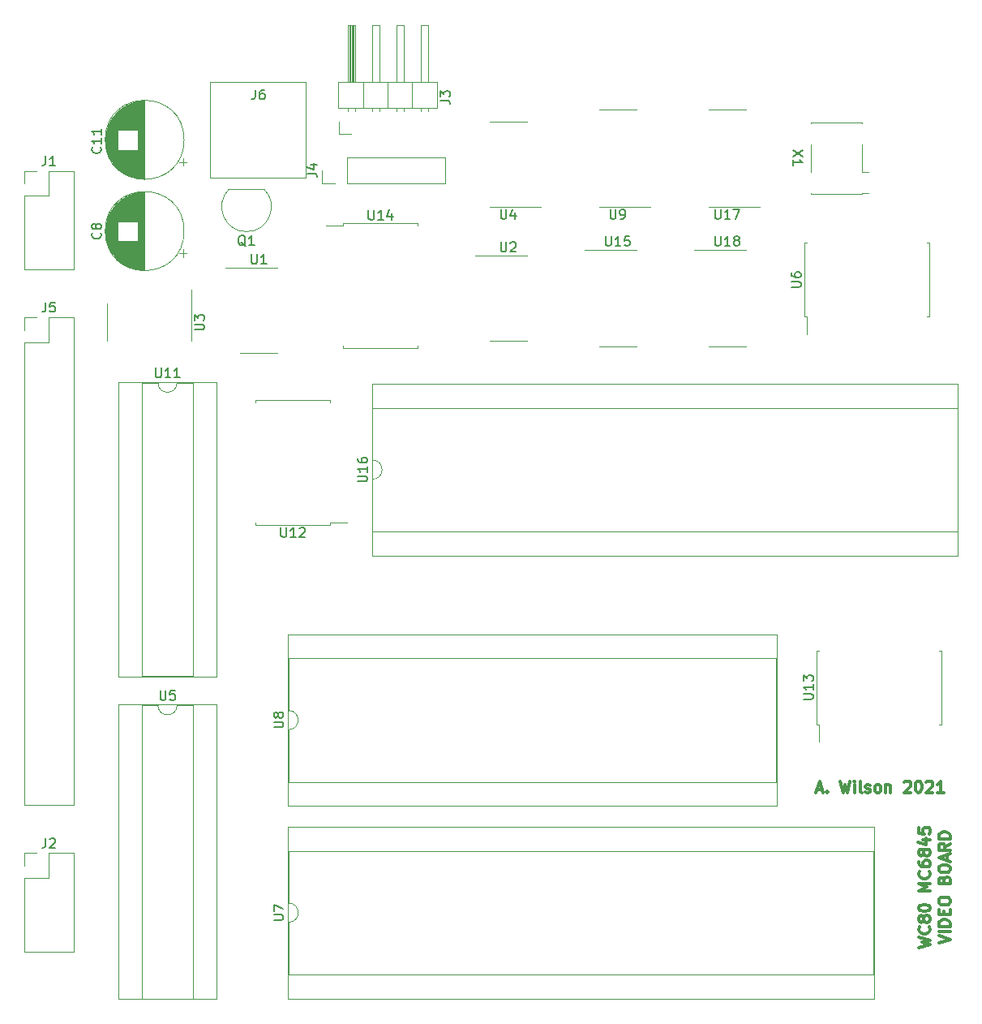
<source format=gbr>
%TF.GenerationSoftware,KiCad,Pcbnew,(5.1.9)-1*%
%TF.CreationDate,2021-11-03T00:39:52-04:00*%
%TF.ProjectId,main,6d61696e-2e6b-4696-9361-645f70636258,rev?*%
%TF.SameCoordinates,Original*%
%TF.FileFunction,Legend,Top*%
%TF.FilePolarity,Positive*%
%FSLAX46Y46*%
G04 Gerber Fmt 4.6, Leading zero omitted, Abs format (unit mm)*
G04 Created by KiCad (PCBNEW (5.1.9)-1) date 2021-11-03 00:39:52*
%MOMM*%
%LPD*%
G01*
G04 APERTURE LIST*
%ADD10C,0.300000*%
%ADD11C,0.120000*%
%ADD12C,0.150000*%
G04 APERTURE END LIST*
D10*
X103988428Y-93799000D02*
X104559857Y-93799000D01*
X103874142Y-94141857D02*
X104274142Y-92941857D01*
X104674142Y-94141857D01*
X105074142Y-94027571D02*
X105131285Y-94084714D01*
X105074142Y-94141857D01*
X105017000Y-94084714D01*
X105074142Y-94027571D01*
X105074142Y-94141857D01*
X106445571Y-92941857D02*
X106731285Y-94141857D01*
X106959857Y-93284714D01*
X107188428Y-94141857D01*
X107474142Y-92941857D01*
X107931285Y-94141857D02*
X107931285Y-93341857D01*
X107931285Y-92941857D02*
X107874142Y-92999000D01*
X107931285Y-93056142D01*
X107988428Y-92999000D01*
X107931285Y-92941857D01*
X107931285Y-93056142D01*
X108674142Y-94141857D02*
X108559857Y-94084714D01*
X108502714Y-93970428D01*
X108502714Y-92941857D01*
X109074142Y-94084714D02*
X109188428Y-94141857D01*
X109417000Y-94141857D01*
X109531285Y-94084714D01*
X109588428Y-93970428D01*
X109588428Y-93913285D01*
X109531285Y-93799000D01*
X109417000Y-93741857D01*
X109245571Y-93741857D01*
X109131285Y-93684714D01*
X109074142Y-93570428D01*
X109074142Y-93513285D01*
X109131285Y-93399000D01*
X109245571Y-93341857D01*
X109417000Y-93341857D01*
X109531285Y-93399000D01*
X110274142Y-94141857D02*
X110159857Y-94084714D01*
X110102714Y-94027571D01*
X110045571Y-93913285D01*
X110045571Y-93570428D01*
X110102714Y-93456142D01*
X110159857Y-93399000D01*
X110274142Y-93341857D01*
X110445571Y-93341857D01*
X110559857Y-93399000D01*
X110617000Y-93456142D01*
X110674142Y-93570428D01*
X110674142Y-93913285D01*
X110617000Y-94027571D01*
X110559857Y-94084714D01*
X110445571Y-94141857D01*
X110274142Y-94141857D01*
X111188428Y-93341857D02*
X111188428Y-94141857D01*
X111188428Y-93456142D02*
X111245571Y-93399000D01*
X111359857Y-93341857D01*
X111531285Y-93341857D01*
X111645571Y-93399000D01*
X111702714Y-93513285D01*
X111702714Y-94141857D01*
X113131285Y-93056142D02*
X113188428Y-92999000D01*
X113302714Y-92941857D01*
X113588428Y-92941857D01*
X113702714Y-92999000D01*
X113759857Y-93056142D01*
X113817000Y-93170428D01*
X113817000Y-93284714D01*
X113759857Y-93456142D01*
X113074142Y-94141857D01*
X113817000Y-94141857D01*
X114559857Y-92941857D02*
X114674142Y-92941857D01*
X114788428Y-92999000D01*
X114845571Y-93056142D01*
X114902714Y-93170428D01*
X114959857Y-93399000D01*
X114959857Y-93684714D01*
X114902714Y-93913285D01*
X114845571Y-94027571D01*
X114788428Y-94084714D01*
X114674142Y-94141857D01*
X114559857Y-94141857D01*
X114445571Y-94084714D01*
X114388428Y-94027571D01*
X114331285Y-93913285D01*
X114274142Y-93684714D01*
X114274142Y-93399000D01*
X114331285Y-93170428D01*
X114388428Y-93056142D01*
X114445571Y-92999000D01*
X114559857Y-92941857D01*
X115417000Y-93056142D02*
X115474142Y-92999000D01*
X115588428Y-92941857D01*
X115874142Y-92941857D01*
X115988428Y-92999000D01*
X116045571Y-93056142D01*
X116102714Y-93170428D01*
X116102714Y-93284714D01*
X116045571Y-93456142D01*
X115359857Y-94141857D01*
X116102714Y-94141857D01*
X117245571Y-94141857D02*
X116559857Y-94141857D01*
X116902714Y-94141857D02*
X116902714Y-92941857D01*
X116788428Y-93113285D01*
X116674142Y-93227571D01*
X116559857Y-93284714D01*
X114624857Y-110298714D02*
X115824857Y-110013000D01*
X114967714Y-109784428D01*
X115824857Y-109555857D01*
X114624857Y-109270142D01*
X115710571Y-108127285D02*
X115767714Y-108184428D01*
X115824857Y-108355857D01*
X115824857Y-108470142D01*
X115767714Y-108641571D01*
X115653428Y-108755857D01*
X115539142Y-108813000D01*
X115310571Y-108870142D01*
X115139142Y-108870142D01*
X114910571Y-108813000D01*
X114796285Y-108755857D01*
X114682000Y-108641571D01*
X114624857Y-108470142D01*
X114624857Y-108355857D01*
X114682000Y-108184428D01*
X114739142Y-108127285D01*
X115139142Y-107441571D02*
X115082000Y-107555857D01*
X115024857Y-107613000D01*
X114910571Y-107670142D01*
X114853428Y-107670142D01*
X114739142Y-107613000D01*
X114682000Y-107555857D01*
X114624857Y-107441571D01*
X114624857Y-107213000D01*
X114682000Y-107098714D01*
X114739142Y-107041571D01*
X114853428Y-106984428D01*
X114910571Y-106984428D01*
X115024857Y-107041571D01*
X115082000Y-107098714D01*
X115139142Y-107213000D01*
X115139142Y-107441571D01*
X115196285Y-107555857D01*
X115253428Y-107613000D01*
X115367714Y-107670142D01*
X115596285Y-107670142D01*
X115710571Y-107613000D01*
X115767714Y-107555857D01*
X115824857Y-107441571D01*
X115824857Y-107213000D01*
X115767714Y-107098714D01*
X115710571Y-107041571D01*
X115596285Y-106984428D01*
X115367714Y-106984428D01*
X115253428Y-107041571D01*
X115196285Y-107098714D01*
X115139142Y-107213000D01*
X114624857Y-106241571D02*
X114624857Y-106127285D01*
X114682000Y-106013000D01*
X114739142Y-105955857D01*
X114853428Y-105898714D01*
X115082000Y-105841571D01*
X115367714Y-105841571D01*
X115596285Y-105898714D01*
X115710571Y-105955857D01*
X115767714Y-106013000D01*
X115824857Y-106127285D01*
X115824857Y-106241571D01*
X115767714Y-106355857D01*
X115710571Y-106413000D01*
X115596285Y-106470142D01*
X115367714Y-106527285D01*
X115082000Y-106527285D01*
X114853428Y-106470142D01*
X114739142Y-106413000D01*
X114682000Y-106355857D01*
X114624857Y-106241571D01*
X115824857Y-104413000D02*
X114624857Y-104413000D01*
X115482000Y-104013000D01*
X114624857Y-103613000D01*
X115824857Y-103613000D01*
X115710571Y-102355857D02*
X115767714Y-102413000D01*
X115824857Y-102584428D01*
X115824857Y-102698714D01*
X115767714Y-102870142D01*
X115653428Y-102984428D01*
X115539142Y-103041571D01*
X115310571Y-103098714D01*
X115139142Y-103098714D01*
X114910571Y-103041571D01*
X114796285Y-102984428D01*
X114682000Y-102870142D01*
X114624857Y-102698714D01*
X114624857Y-102584428D01*
X114682000Y-102413000D01*
X114739142Y-102355857D01*
X114624857Y-101327285D02*
X114624857Y-101555857D01*
X114682000Y-101670142D01*
X114739142Y-101727285D01*
X114910571Y-101841571D01*
X115139142Y-101898714D01*
X115596285Y-101898714D01*
X115710571Y-101841571D01*
X115767714Y-101784428D01*
X115824857Y-101670142D01*
X115824857Y-101441571D01*
X115767714Y-101327285D01*
X115710571Y-101270142D01*
X115596285Y-101213000D01*
X115310571Y-101213000D01*
X115196285Y-101270142D01*
X115139142Y-101327285D01*
X115082000Y-101441571D01*
X115082000Y-101670142D01*
X115139142Y-101784428D01*
X115196285Y-101841571D01*
X115310571Y-101898714D01*
X115139142Y-100527285D02*
X115082000Y-100641571D01*
X115024857Y-100698714D01*
X114910571Y-100755857D01*
X114853428Y-100755857D01*
X114739142Y-100698714D01*
X114682000Y-100641571D01*
X114624857Y-100527285D01*
X114624857Y-100298714D01*
X114682000Y-100184428D01*
X114739142Y-100127285D01*
X114853428Y-100070142D01*
X114910571Y-100070142D01*
X115024857Y-100127285D01*
X115082000Y-100184428D01*
X115139142Y-100298714D01*
X115139142Y-100527285D01*
X115196285Y-100641571D01*
X115253428Y-100698714D01*
X115367714Y-100755857D01*
X115596285Y-100755857D01*
X115710571Y-100698714D01*
X115767714Y-100641571D01*
X115824857Y-100527285D01*
X115824857Y-100298714D01*
X115767714Y-100184428D01*
X115710571Y-100127285D01*
X115596285Y-100070142D01*
X115367714Y-100070142D01*
X115253428Y-100127285D01*
X115196285Y-100184428D01*
X115139142Y-100298714D01*
X115024857Y-99041571D02*
X115824857Y-99041571D01*
X114567714Y-99327285D02*
X115424857Y-99613000D01*
X115424857Y-98870142D01*
X114624857Y-97841571D02*
X114624857Y-98413000D01*
X115196285Y-98470142D01*
X115139142Y-98413000D01*
X115082000Y-98298714D01*
X115082000Y-98013000D01*
X115139142Y-97898714D01*
X115196285Y-97841571D01*
X115310571Y-97784428D01*
X115596285Y-97784428D01*
X115710571Y-97841571D01*
X115767714Y-97898714D01*
X115824857Y-98013000D01*
X115824857Y-98298714D01*
X115767714Y-98413000D01*
X115710571Y-98470142D01*
X116724857Y-109870142D02*
X117924857Y-109470142D01*
X116724857Y-109070142D01*
X117924857Y-108670142D02*
X116724857Y-108670142D01*
X117924857Y-108098714D02*
X116724857Y-108098714D01*
X116724857Y-107813000D01*
X116782000Y-107641571D01*
X116896285Y-107527285D01*
X117010571Y-107470142D01*
X117239142Y-107413000D01*
X117410571Y-107413000D01*
X117639142Y-107470142D01*
X117753428Y-107527285D01*
X117867714Y-107641571D01*
X117924857Y-107813000D01*
X117924857Y-108098714D01*
X117296285Y-106898714D02*
X117296285Y-106498714D01*
X117924857Y-106327285D02*
X117924857Y-106898714D01*
X116724857Y-106898714D01*
X116724857Y-106327285D01*
X116724857Y-105584428D02*
X116724857Y-105355857D01*
X116782000Y-105241571D01*
X116896285Y-105127285D01*
X117124857Y-105070142D01*
X117524857Y-105070142D01*
X117753428Y-105127285D01*
X117867714Y-105241571D01*
X117924857Y-105355857D01*
X117924857Y-105584428D01*
X117867714Y-105698714D01*
X117753428Y-105813000D01*
X117524857Y-105870142D01*
X117124857Y-105870142D01*
X116896285Y-105813000D01*
X116782000Y-105698714D01*
X116724857Y-105584428D01*
X117296285Y-103241571D02*
X117353428Y-103070142D01*
X117410571Y-103013000D01*
X117524857Y-102955857D01*
X117696285Y-102955857D01*
X117810571Y-103013000D01*
X117867714Y-103070142D01*
X117924857Y-103184428D01*
X117924857Y-103641571D01*
X116724857Y-103641571D01*
X116724857Y-103241571D01*
X116782000Y-103127285D01*
X116839142Y-103070142D01*
X116953428Y-103013000D01*
X117067714Y-103013000D01*
X117182000Y-103070142D01*
X117239142Y-103127285D01*
X117296285Y-103241571D01*
X117296285Y-103641571D01*
X116724857Y-102213000D02*
X116724857Y-101984428D01*
X116782000Y-101870142D01*
X116896285Y-101755857D01*
X117124857Y-101698714D01*
X117524857Y-101698714D01*
X117753428Y-101755857D01*
X117867714Y-101870142D01*
X117924857Y-101984428D01*
X117924857Y-102213000D01*
X117867714Y-102327285D01*
X117753428Y-102441571D01*
X117524857Y-102498714D01*
X117124857Y-102498714D01*
X116896285Y-102441571D01*
X116782000Y-102327285D01*
X116724857Y-102213000D01*
X117582000Y-101241571D02*
X117582000Y-100670142D01*
X117924857Y-101355857D02*
X116724857Y-100955857D01*
X117924857Y-100555857D01*
X117924857Y-99470142D02*
X117353428Y-99870142D01*
X117924857Y-100155857D02*
X116724857Y-100155857D01*
X116724857Y-99698714D01*
X116782000Y-99584428D01*
X116839142Y-99527285D01*
X116953428Y-99470142D01*
X117124857Y-99470142D01*
X117239142Y-99527285D01*
X117296285Y-99584428D01*
X117353428Y-99698714D01*
X117353428Y-100155857D01*
X117924857Y-98955857D02*
X116724857Y-98955857D01*
X116724857Y-98670142D01*
X116782000Y-98498714D01*
X116896285Y-98384428D01*
X117010571Y-98327285D01*
X117239142Y-98270142D01*
X117410571Y-98270142D01*
X117639142Y-98327285D01*
X117753428Y-98384428D01*
X117867714Y-98498714D01*
X117924857Y-98670142D01*
X117924857Y-98955857D01*
D11*
%TO.C,J6*%
X50650000Y-20000000D02*
X40650000Y-20000000D01*
X50650000Y-30000000D02*
X40650000Y-30000000D01*
X40650000Y-20000000D02*
X40650000Y-30000000D01*
X50650000Y-20000000D02*
X50650000Y-30000000D01*
%TO.C,U18*%
X94615000Y-47605000D02*
X96565000Y-47605000D01*
X94615000Y-47605000D02*
X92665000Y-47605000D01*
X94615000Y-37485000D02*
X96565000Y-37485000D01*
X94615000Y-37485000D02*
X91165000Y-37485000D01*
%TO.C,U15*%
X83185000Y-47605000D02*
X85135000Y-47605000D01*
X83185000Y-47605000D02*
X81235000Y-47605000D01*
X83185000Y-37485000D02*
X85135000Y-37485000D01*
X83185000Y-37485000D02*
X79735000Y-37485000D01*
%TO.C,U14*%
X58420000Y-47785000D02*
X62280000Y-47785000D01*
X62280000Y-47785000D02*
X62280000Y-47550000D01*
X58420000Y-47785000D02*
X54560000Y-47785000D01*
X54560000Y-47785000D02*
X54560000Y-47550000D01*
X58420000Y-34765000D02*
X62280000Y-34765000D01*
X62280000Y-34765000D02*
X62280000Y-35000000D01*
X58420000Y-34765000D02*
X54560000Y-34765000D01*
X54560000Y-34765000D02*
X54560000Y-35000000D01*
X54560000Y-35000000D02*
X52745000Y-35000000D01*
%TO.C,U13*%
X117000000Y-83185000D02*
X117000000Y-79325000D01*
X117000000Y-79325000D02*
X116765000Y-79325000D01*
X117000000Y-83185000D02*
X117000000Y-87045000D01*
X117000000Y-87045000D02*
X116765000Y-87045000D01*
X103980000Y-83185000D02*
X103980000Y-79325000D01*
X103980000Y-79325000D02*
X104215000Y-79325000D01*
X103980000Y-83185000D02*
X103980000Y-87045000D01*
X103980000Y-87045000D02*
X104215000Y-87045000D01*
X104215000Y-87045000D02*
X104215000Y-88860000D01*
%TO.C,U12*%
X49276000Y-53180000D02*
X45416000Y-53180000D01*
X45416000Y-53180000D02*
X45416000Y-53415000D01*
X49276000Y-53180000D02*
X53136000Y-53180000D01*
X53136000Y-53180000D02*
X53136000Y-53415000D01*
X49276000Y-66200000D02*
X45416000Y-66200000D01*
X45416000Y-66200000D02*
X45416000Y-65965000D01*
X49276000Y-66200000D02*
X53136000Y-66200000D01*
X53136000Y-66200000D02*
X53136000Y-65965000D01*
X53136000Y-65965000D02*
X54951000Y-65965000D01*
%TO.C,U6*%
X115730000Y-40640000D02*
X115730000Y-36780000D01*
X115730000Y-36780000D02*
X115495000Y-36780000D01*
X115730000Y-40640000D02*
X115730000Y-44500000D01*
X115730000Y-44500000D02*
X115495000Y-44500000D01*
X102710000Y-40640000D02*
X102710000Y-36780000D01*
X102710000Y-36780000D02*
X102945000Y-36780000D01*
X102710000Y-40640000D02*
X102710000Y-44500000D01*
X102710000Y-44500000D02*
X102945000Y-44500000D01*
X102945000Y-44500000D02*
X102945000Y-46315000D01*
%TO.C,U4*%
X71755000Y-24140000D02*
X69805000Y-24140000D01*
X71755000Y-24140000D02*
X73705000Y-24140000D01*
X71755000Y-33010000D02*
X69805000Y-33010000D01*
X71755000Y-33010000D02*
X75205000Y-33010000D01*
%TO.C,U3*%
X29855000Y-45085000D02*
X29855000Y-47035000D01*
X29855000Y-45085000D02*
X29855000Y-43135000D01*
X38725000Y-45085000D02*
X38725000Y-47035000D01*
X38725000Y-45085000D02*
X38725000Y-41635000D01*
%TO.C,U2*%
X71755000Y-46980000D02*
X73705000Y-46980000D01*
X71755000Y-46980000D02*
X69805000Y-46980000D01*
X71755000Y-38110000D02*
X73705000Y-38110000D01*
X71755000Y-38110000D02*
X68305000Y-38110000D01*
%TO.C,U1*%
X45720000Y-48250000D02*
X47670000Y-48250000D01*
X45720000Y-48250000D02*
X43770000Y-48250000D01*
X45720000Y-39380000D02*
X47670000Y-39380000D01*
X45720000Y-39380000D02*
X42270000Y-39380000D01*
%TO.C,U9*%
X83185000Y-22880000D02*
X81235000Y-22880000D01*
X83185000Y-22880000D02*
X85135000Y-22880000D01*
X83185000Y-33000000D02*
X81235000Y-33000000D01*
X83185000Y-33000000D02*
X86635000Y-33000000D01*
%TO.C,U17*%
X94615000Y-22880000D02*
X92665000Y-22880000D01*
X94615000Y-22880000D02*
X96565000Y-22880000D01*
X94615000Y-33000000D02*
X92665000Y-33000000D01*
X94615000Y-33000000D02*
X98065000Y-33000000D01*
%TO.C,X1*%
X103345000Y-24300000D02*
X103345000Y-24240000D01*
X103345000Y-24240000D02*
X108745000Y-24240000D01*
X108745000Y-24240000D02*
X108745000Y-24300000D01*
X103345000Y-29380000D02*
X103345000Y-26500000D01*
X109345000Y-31580000D02*
X108745000Y-31580000D01*
X108745000Y-31580000D02*
X108745000Y-31640000D01*
X108745000Y-31640000D02*
X103345000Y-31640000D01*
X103345000Y-31640000D02*
X103345000Y-31580000D01*
X108745000Y-26500000D02*
X108745000Y-29380000D01*
X108745000Y-29380000D02*
X109345000Y-29380000D01*
%TO.C,Q1*%
X46250000Y-31170000D02*
X42650000Y-31170000D01*
X42611522Y-31181522D02*
G75*
G03*
X44450000Y-35620000I1838478J-1838478D01*
G01*
X46288478Y-31181522D02*
G75*
G02*
X44450000Y-35620000I-1838478J-1838478D01*
G01*
%TO.C,U11*%
X41335000Y-51315000D02*
X31055000Y-51315000D01*
X41335000Y-82035000D02*
X41335000Y-51315000D01*
X31055000Y-82035000D02*
X41335000Y-82035000D01*
X31055000Y-51315000D02*
X31055000Y-82035000D01*
X38845000Y-51375000D02*
X37195000Y-51375000D01*
X38845000Y-81975000D02*
X38845000Y-51375000D01*
X33545000Y-81975000D02*
X38845000Y-81975000D01*
X33545000Y-51375000D02*
X33545000Y-81975000D01*
X35195000Y-51375000D02*
X33545000Y-51375000D01*
X37195000Y-51375000D02*
G75*
G02*
X35195000Y-51375000I-1000000J0D01*
G01*
%TO.C,J4*%
X52335000Y-30540000D02*
X52335000Y-29210000D01*
X53665000Y-30540000D02*
X52335000Y-30540000D01*
X54935000Y-30540000D02*
X54935000Y-27880000D01*
X54935000Y-27880000D02*
X65155000Y-27880000D01*
X54935000Y-30540000D02*
X65155000Y-30540000D01*
X65155000Y-30540000D02*
X65155000Y-27880000D01*
%TO.C,J3*%
X54102000Y-25400000D02*
X54102000Y-24130000D01*
X55372000Y-25400000D02*
X54102000Y-25400000D01*
X63372000Y-23087071D02*
X63372000Y-22690000D01*
X62612000Y-23087071D02*
X62612000Y-22690000D01*
X63372000Y-14030000D02*
X63372000Y-20030000D01*
X62612000Y-14030000D02*
X63372000Y-14030000D01*
X62612000Y-20030000D02*
X62612000Y-14030000D01*
X61722000Y-22690000D02*
X61722000Y-20030000D01*
X60832000Y-23087071D02*
X60832000Y-22690000D01*
X60072000Y-23087071D02*
X60072000Y-22690000D01*
X60832000Y-14030000D02*
X60832000Y-20030000D01*
X60072000Y-14030000D02*
X60832000Y-14030000D01*
X60072000Y-20030000D02*
X60072000Y-14030000D01*
X59182000Y-22690000D02*
X59182000Y-20030000D01*
X58292000Y-23087071D02*
X58292000Y-22690000D01*
X57532000Y-23087071D02*
X57532000Y-22690000D01*
X58292000Y-14030000D02*
X58292000Y-20030000D01*
X57532000Y-14030000D02*
X58292000Y-14030000D01*
X57532000Y-20030000D02*
X57532000Y-14030000D01*
X56642000Y-22690000D02*
X56642000Y-20030000D01*
X55752000Y-23020000D02*
X55752000Y-22690000D01*
X54992000Y-23020000D02*
X54992000Y-22690000D01*
X55652000Y-20030000D02*
X55652000Y-14030000D01*
X55532000Y-20030000D02*
X55532000Y-14030000D01*
X55412000Y-20030000D02*
X55412000Y-14030000D01*
X55292000Y-20030000D02*
X55292000Y-14030000D01*
X55172000Y-20030000D02*
X55172000Y-14030000D01*
X55052000Y-20030000D02*
X55052000Y-14030000D01*
X55752000Y-14030000D02*
X55752000Y-20030000D01*
X54992000Y-14030000D02*
X55752000Y-14030000D01*
X54992000Y-20030000D02*
X54992000Y-14030000D01*
X54042000Y-20030000D02*
X54042000Y-22690000D01*
X64322000Y-20030000D02*
X54042000Y-20030000D01*
X64322000Y-22690000D02*
X64322000Y-20030000D01*
X54042000Y-22690000D02*
X64322000Y-22690000D01*
%TO.C,U16*%
X57538000Y-51502000D02*
X57538000Y-69402000D01*
X118738000Y-51502000D02*
X57538000Y-51502000D01*
X118738000Y-69402000D02*
X118738000Y-51502000D01*
X57538000Y-69402000D02*
X118738000Y-69402000D01*
X57598000Y-53992000D02*
X57598000Y-59452000D01*
X118678000Y-53992000D02*
X57598000Y-53992000D01*
X118678000Y-66912000D02*
X118678000Y-53992000D01*
X57598000Y-66912000D02*
X118678000Y-66912000D01*
X57598000Y-61452000D02*
X57598000Y-66912000D01*
X57598000Y-59452000D02*
G75*
G02*
X57598000Y-61452000I0J-1000000D01*
G01*
%TO.C,U8*%
X48775000Y-77630700D02*
X48775000Y-95530700D01*
X99815000Y-77630700D02*
X48775000Y-77630700D01*
X99815000Y-95530700D02*
X99815000Y-77630700D01*
X48775000Y-95530700D02*
X99815000Y-95530700D01*
X48835000Y-80120700D02*
X48835000Y-85580700D01*
X99755000Y-80120700D02*
X48835000Y-80120700D01*
X99755000Y-93040700D02*
X99755000Y-80120700D01*
X48835000Y-93040700D02*
X99755000Y-93040700D01*
X48835000Y-87580700D02*
X48835000Y-93040700D01*
X48835000Y-85580700D02*
G75*
G02*
X48835000Y-87580700I0J-1000000D01*
G01*
%TO.C,U7*%
X48775000Y-97730000D02*
X48775000Y-115630000D01*
X109975000Y-97730000D02*
X48775000Y-97730000D01*
X109975000Y-115630000D02*
X109975000Y-97730000D01*
X48775000Y-115630000D02*
X109975000Y-115630000D01*
X48835000Y-100220000D02*
X48835000Y-105680000D01*
X109915000Y-100220000D02*
X48835000Y-100220000D01*
X109915000Y-113140000D02*
X109915000Y-100220000D01*
X48835000Y-113140000D02*
X109915000Y-113140000D01*
X48835000Y-107680000D02*
X48835000Y-113140000D01*
X48835000Y-105680000D02*
G75*
G02*
X48835000Y-107680000I0J-1000000D01*
G01*
%TO.C,U5*%
X41335000Y-84970000D02*
X31055000Y-84970000D01*
X41335000Y-115690000D02*
X41335000Y-84970000D01*
X31055000Y-115690000D02*
X41335000Y-115690000D01*
X31055000Y-84970000D02*
X31055000Y-115690000D01*
X38845000Y-85030000D02*
X37195000Y-85030000D01*
X38845000Y-115630000D02*
X38845000Y-85030000D01*
X33545000Y-115630000D02*
X38845000Y-115630000D01*
X33545000Y-85030000D02*
X33545000Y-115630000D01*
X35195000Y-85030000D02*
X33545000Y-85030000D01*
X37195000Y-85030000D02*
G75*
G02*
X35195000Y-85030000I-1000000J0D01*
G01*
%TO.C,C8*%
X37930000Y-35560000D02*
G75*
G03*
X37930000Y-35560000I-4120000J0D01*
G01*
X33810000Y-39640000D02*
X33810000Y-31480000D01*
X33770000Y-39640000D02*
X33770000Y-31480000D01*
X33730000Y-39640000D02*
X33730000Y-31480000D01*
X33690000Y-39639000D02*
X33690000Y-31481000D01*
X33650000Y-39637000D02*
X33650000Y-31483000D01*
X33610000Y-39636000D02*
X33610000Y-31484000D01*
X33570000Y-39634000D02*
X33570000Y-31486000D01*
X33530000Y-39631000D02*
X33530000Y-31489000D01*
X33490000Y-39628000D02*
X33490000Y-31492000D01*
X33450000Y-39625000D02*
X33450000Y-31495000D01*
X33410000Y-39621000D02*
X33410000Y-31499000D01*
X33370000Y-39617000D02*
X33370000Y-31503000D01*
X33330000Y-39612000D02*
X33330000Y-31508000D01*
X33290000Y-39608000D02*
X33290000Y-31512000D01*
X33250000Y-39602000D02*
X33250000Y-31518000D01*
X33210000Y-39597000D02*
X33210000Y-31523000D01*
X33170000Y-39590000D02*
X33170000Y-31530000D01*
X33130000Y-39584000D02*
X33130000Y-31536000D01*
X33089000Y-39577000D02*
X33089000Y-36600000D01*
X33089000Y-34520000D02*
X33089000Y-31543000D01*
X33049000Y-39570000D02*
X33049000Y-36600000D01*
X33049000Y-34520000D02*
X33049000Y-31550000D01*
X33009000Y-39562000D02*
X33009000Y-36600000D01*
X33009000Y-34520000D02*
X33009000Y-31558000D01*
X32969000Y-39554000D02*
X32969000Y-36600000D01*
X32969000Y-34520000D02*
X32969000Y-31566000D01*
X32929000Y-39545000D02*
X32929000Y-36600000D01*
X32929000Y-34520000D02*
X32929000Y-31575000D01*
X32889000Y-39536000D02*
X32889000Y-36600000D01*
X32889000Y-34520000D02*
X32889000Y-31584000D01*
X32849000Y-39527000D02*
X32849000Y-36600000D01*
X32849000Y-34520000D02*
X32849000Y-31593000D01*
X32809000Y-39517000D02*
X32809000Y-36600000D01*
X32809000Y-34520000D02*
X32809000Y-31603000D01*
X32769000Y-39507000D02*
X32769000Y-36600000D01*
X32769000Y-34520000D02*
X32769000Y-31613000D01*
X32729000Y-39496000D02*
X32729000Y-36600000D01*
X32729000Y-34520000D02*
X32729000Y-31624000D01*
X32689000Y-39485000D02*
X32689000Y-36600000D01*
X32689000Y-34520000D02*
X32689000Y-31635000D01*
X32649000Y-39474000D02*
X32649000Y-36600000D01*
X32649000Y-34520000D02*
X32649000Y-31646000D01*
X32609000Y-39462000D02*
X32609000Y-36600000D01*
X32609000Y-34520000D02*
X32609000Y-31658000D01*
X32569000Y-39449000D02*
X32569000Y-36600000D01*
X32569000Y-34520000D02*
X32569000Y-31671000D01*
X32529000Y-39437000D02*
X32529000Y-36600000D01*
X32529000Y-34520000D02*
X32529000Y-31683000D01*
X32489000Y-39423000D02*
X32489000Y-36600000D01*
X32489000Y-34520000D02*
X32489000Y-31697000D01*
X32449000Y-39410000D02*
X32449000Y-36600000D01*
X32449000Y-34520000D02*
X32449000Y-31710000D01*
X32409000Y-39395000D02*
X32409000Y-36600000D01*
X32409000Y-34520000D02*
X32409000Y-31725000D01*
X32369000Y-39381000D02*
X32369000Y-36600000D01*
X32369000Y-34520000D02*
X32369000Y-31739000D01*
X32329000Y-39365000D02*
X32329000Y-36600000D01*
X32329000Y-34520000D02*
X32329000Y-31755000D01*
X32289000Y-39350000D02*
X32289000Y-36600000D01*
X32289000Y-34520000D02*
X32289000Y-31770000D01*
X32249000Y-39334000D02*
X32249000Y-36600000D01*
X32249000Y-34520000D02*
X32249000Y-31786000D01*
X32209000Y-39317000D02*
X32209000Y-36600000D01*
X32209000Y-34520000D02*
X32209000Y-31803000D01*
X32169000Y-39300000D02*
X32169000Y-36600000D01*
X32169000Y-34520000D02*
X32169000Y-31820000D01*
X32129000Y-39282000D02*
X32129000Y-36600000D01*
X32129000Y-34520000D02*
X32129000Y-31838000D01*
X32089000Y-39264000D02*
X32089000Y-36600000D01*
X32089000Y-34520000D02*
X32089000Y-31856000D01*
X32049000Y-39246000D02*
X32049000Y-36600000D01*
X32049000Y-34520000D02*
X32049000Y-31874000D01*
X32009000Y-39226000D02*
X32009000Y-36600000D01*
X32009000Y-34520000D02*
X32009000Y-31894000D01*
X31969000Y-39207000D02*
X31969000Y-36600000D01*
X31969000Y-34520000D02*
X31969000Y-31913000D01*
X31929000Y-39187000D02*
X31929000Y-36600000D01*
X31929000Y-34520000D02*
X31929000Y-31933000D01*
X31889000Y-39166000D02*
X31889000Y-36600000D01*
X31889000Y-34520000D02*
X31889000Y-31954000D01*
X31849000Y-39144000D02*
X31849000Y-36600000D01*
X31849000Y-34520000D02*
X31849000Y-31976000D01*
X31809000Y-39122000D02*
X31809000Y-36600000D01*
X31809000Y-34520000D02*
X31809000Y-31998000D01*
X31769000Y-39100000D02*
X31769000Y-36600000D01*
X31769000Y-34520000D02*
X31769000Y-32020000D01*
X31729000Y-39077000D02*
X31729000Y-36600000D01*
X31729000Y-34520000D02*
X31729000Y-32043000D01*
X31689000Y-39053000D02*
X31689000Y-36600000D01*
X31689000Y-34520000D02*
X31689000Y-32067000D01*
X31649000Y-39029000D02*
X31649000Y-36600000D01*
X31649000Y-34520000D02*
X31649000Y-32091000D01*
X31609000Y-39004000D02*
X31609000Y-36600000D01*
X31609000Y-34520000D02*
X31609000Y-32116000D01*
X31569000Y-38978000D02*
X31569000Y-36600000D01*
X31569000Y-34520000D02*
X31569000Y-32142000D01*
X31529000Y-38952000D02*
X31529000Y-36600000D01*
X31529000Y-34520000D02*
X31529000Y-32168000D01*
X31489000Y-38925000D02*
X31489000Y-36600000D01*
X31489000Y-34520000D02*
X31489000Y-32195000D01*
X31449000Y-38898000D02*
X31449000Y-36600000D01*
X31449000Y-34520000D02*
X31449000Y-32222000D01*
X31409000Y-38869000D02*
X31409000Y-36600000D01*
X31409000Y-34520000D02*
X31409000Y-32251000D01*
X31369000Y-38840000D02*
X31369000Y-36600000D01*
X31369000Y-34520000D02*
X31369000Y-32280000D01*
X31329000Y-38810000D02*
X31329000Y-36600000D01*
X31329000Y-34520000D02*
X31329000Y-32310000D01*
X31289000Y-38780000D02*
X31289000Y-36600000D01*
X31289000Y-34520000D02*
X31289000Y-32340000D01*
X31249000Y-38749000D02*
X31249000Y-36600000D01*
X31249000Y-34520000D02*
X31249000Y-32371000D01*
X31209000Y-38716000D02*
X31209000Y-36600000D01*
X31209000Y-34520000D02*
X31209000Y-32404000D01*
X31169000Y-38684000D02*
X31169000Y-36600000D01*
X31169000Y-34520000D02*
X31169000Y-32436000D01*
X31129000Y-38650000D02*
X31129000Y-36600000D01*
X31129000Y-34520000D02*
X31129000Y-32470000D01*
X31089000Y-38615000D02*
X31089000Y-36600000D01*
X31089000Y-34520000D02*
X31089000Y-32505000D01*
X31049000Y-38579000D02*
X31049000Y-36600000D01*
X31049000Y-34520000D02*
X31049000Y-32541000D01*
X31009000Y-38543000D02*
X31009000Y-32577000D01*
X30969000Y-38505000D02*
X30969000Y-32615000D01*
X30929000Y-38467000D02*
X30929000Y-32653000D01*
X30889000Y-38427000D02*
X30889000Y-32693000D01*
X30849000Y-38386000D02*
X30849000Y-32734000D01*
X30809000Y-38344000D02*
X30809000Y-32776000D01*
X30769000Y-38301000D02*
X30769000Y-32819000D01*
X30729000Y-38257000D02*
X30729000Y-32863000D01*
X30689000Y-38211000D02*
X30689000Y-32909000D01*
X30649000Y-38164000D02*
X30649000Y-32956000D01*
X30609000Y-38116000D02*
X30609000Y-33004000D01*
X30569000Y-38065000D02*
X30569000Y-33055000D01*
X30529000Y-38014000D02*
X30529000Y-33106000D01*
X30489000Y-37960000D02*
X30489000Y-33160000D01*
X30449000Y-37905000D02*
X30449000Y-33215000D01*
X30409000Y-37847000D02*
X30409000Y-33273000D01*
X30369000Y-37788000D02*
X30369000Y-33332000D01*
X30329000Y-37726000D02*
X30329000Y-33394000D01*
X30289000Y-37662000D02*
X30289000Y-33458000D01*
X30249000Y-37594000D02*
X30249000Y-33526000D01*
X30209000Y-37524000D02*
X30209000Y-33596000D01*
X30169000Y-37450000D02*
X30169000Y-33670000D01*
X30129000Y-37373000D02*
X30129000Y-33747000D01*
X30089000Y-37291000D02*
X30089000Y-33829000D01*
X30049000Y-37205000D02*
X30049000Y-33915000D01*
X30009000Y-37112000D02*
X30009000Y-34008000D01*
X29969000Y-37013000D02*
X29969000Y-34107000D01*
X29929000Y-36906000D02*
X29929000Y-34214000D01*
X29889000Y-36789000D02*
X29889000Y-34331000D01*
X29849000Y-36658000D02*
X29849000Y-34462000D01*
X29809000Y-36508000D02*
X29809000Y-34612000D01*
X29769000Y-36328000D02*
X29769000Y-34792000D01*
X29729000Y-36093000D02*
X29729000Y-35027000D01*
X38219698Y-37875000D02*
X37419698Y-37875000D01*
X37819698Y-38275000D02*
X37819698Y-37475000D01*
%TO.C,C11*%
X37930000Y-26035000D02*
G75*
G03*
X37930000Y-26035000I-4120000J0D01*
G01*
X33810000Y-30115000D02*
X33810000Y-21955000D01*
X33770000Y-30115000D02*
X33770000Y-21955000D01*
X33730000Y-30115000D02*
X33730000Y-21955000D01*
X33690000Y-30114000D02*
X33690000Y-21956000D01*
X33650000Y-30112000D02*
X33650000Y-21958000D01*
X33610000Y-30111000D02*
X33610000Y-21959000D01*
X33570000Y-30109000D02*
X33570000Y-21961000D01*
X33530000Y-30106000D02*
X33530000Y-21964000D01*
X33490000Y-30103000D02*
X33490000Y-21967000D01*
X33450000Y-30100000D02*
X33450000Y-21970000D01*
X33410000Y-30096000D02*
X33410000Y-21974000D01*
X33370000Y-30092000D02*
X33370000Y-21978000D01*
X33330000Y-30087000D02*
X33330000Y-21983000D01*
X33290000Y-30083000D02*
X33290000Y-21987000D01*
X33250000Y-30077000D02*
X33250000Y-21993000D01*
X33210000Y-30072000D02*
X33210000Y-21998000D01*
X33170000Y-30065000D02*
X33170000Y-22005000D01*
X33130000Y-30059000D02*
X33130000Y-22011000D01*
X33089000Y-30052000D02*
X33089000Y-27075000D01*
X33089000Y-24995000D02*
X33089000Y-22018000D01*
X33049000Y-30045000D02*
X33049000Y-27075000D01*
X33049000Y-24995000D02*
X33049000Y-22025000D01*
X33009000Y-30037000D02*
X33009000Y-27075000D01*
X33009000Y-24995000D02*
X33009000Y-22033000D01*
X32969000Y-30029000D02*
X32969000Y-27075000D01*
X32969000Y-24995000D02*
X32969000Y-22041000D01*
X32929000Y-30020000D02*
X32929000Y-27075000D01*
X32929000Y-24995000D02*
X32929000Y-22050000D01*
X32889000Y-30011000D02*
X32889000Y-27075000D01*
X32889000Y-24995000D02*
X32889000Y-22059000D01*
X32849000Y-30002000D02*
X32849000Y-27075000D01*
X32849000Y-24995000D02*
X32849000Y-22068000D01*
X32809000Y-29992000D02*
X32809000Y-27075000D01*
X32809000Y-24995000D02*
X32809000Y-22078000D01*
X32769000Y-29982000D02*
X32769000Y-27075000D01*
X32769000Y-24995000D02*
X32769000Y-22088000D01*
X32729000Y-29971000D02*
X32729000Y-27075000D01*
X32729000Y-24995000D02*
X32729000Y-22099000D01*
X32689000Y-29960000D02*
X32689000Y-27075000D01*
X32689000Y-24995000D02*
X32689000Y-22110000D01*
X32649000Y-29949000D02*
X32649000Y-27075000D01*
X32649000Y-24995000D02*
X32649000Y-22121000D01*
X32609000Y-29937000D02*
X32609000Y-27075000D01*
X32609000Y-24995000D02*
X32609000Y-22133000D01*
X32569000Y-29924000D02*
X32569000Y-27075000D01*
X32569000Y-24995000D02*
X32569000Y-22146000D01*
X32529000Y-29912000D02*
X32529000Y-27075000D01*
X32529000Y-24995000D02*
X32529000Y-22158000D01*
X32489000Y-29898000D02*
X32489000Y-27075000D01*
X32489000Y-24995000D02*
X32489000Y-22172000D01*
X32449000Y-29885000D02*
X32449000Y-27075000D01*
X32449000Y-24995000D02*
X32449000Y-22185000D01*
X32409000Y-29870000D02*
X32409000Y-27075000D01*
X32409000Y-24995000D02*
X32409000Y-22200000D01*
X32369000Y-29856000D02*
X32369000Y-27075000D01*
X32369000Y-24995000D02*
X32369000Y-22214000D01*
X32329000Y-29840000D02*
X32329000Y-27075000D01*
X32329000Y-24995000D02*
X32329000Y-22230000D01*
X32289000Y-29825000D02*
X32289000Y-27075000D01*
X32289000Y-24995000D02*
X32289000Y-22245000D01*
X32249000Y-29809000D02*
X32249000Y-27075000D01*
X32249000Y-24995000D02*
X32249000Y-22261000D01*
X32209000Y-29792000D02*
X32209000Y-27075000D01*
X32209000Y-24995000D02*
X32209000Y-22278000D01*
X32169000Y-29775000D02*
X32169000Y-27075000D01*
X32169000Y-24995000D02*
X32169000Y-22295000D01*
X32129000Y-29757000D02*
X32129000Y-27075000D01*
X32129000Y-24995000D02*
X32129000Y-22313000D01*
X32089000Y-29739000D02*
X32089000Y-27075000D01*
X32089000Y-24995000D02*
X32089000Y-22331000D01*
X32049000Y-29721000D02*
X32049000Y-27075000D01*
X32049000Y-24995000D02*
X32049000Y-22349000D01*
X32009000Y-29701000D02*
X32009000Y-27075000D01*
X32009000Y-24995000D02*
X32009000Y-22369000D01*
X31969000Y-29682000D02*
X31969000Y-27075000D01*
X31969000Y-24995000D02*
X31969000Y-22388000D01*
X31929000Y-29662000D02*
X31929000Y-27075000D01*
X31929000Y-24995000D02*
X31929000Y-22408000D01*
X31889000Y-29641000D02*
X31889000Y-27075000D01*
X31889000Y-24995000D02*
X31889000Y-22429000D01*
X31849000Y-29619000D02*
X31849000Y-27075000D01*
X31849000Y-24995000D02*
X31849000Y-22451000D01*
X31809000Y-29597000D02*
X31809000Y-27075000D01*
X31809000Y-24995000D02*
X31809000Y-22473000D01*
X31769000Y-29575000D02*
X31769000Y-27075000D01*
X31769000Y-24995000D02*
X31769000Y-22495000D01*
X31729000Y-29552000D02*
X31729000Y-27075000D01*
X31729000Y-24995000D02*
X31729000Y-22518000D01*
X31689000Y-29528000D02*
X31689000Y-27075000D01*
X31689000Y-24995000D02*
X31689000Y-22542000D01*
X31649000Y-29504000D02*
X31649000Y-27075000D01*
X31649000Y-24995000D02*
X31649000Y-22566000D01*
X31609000Y-29479000D02*
X31609000Y-27075000D01*
X31609000Y-24995000D02*
X31609000Y-22591000D01*
X31569000Y-29453000D02*
X31569000Y-27075000D01*
X31569000Y-24995000D02*
X31569000Y-22617000D01*
X31529000Y-29427000D02*
X31529000Y-27075000D01*
X31529000Y-24995000D02*
X31529000Y-22643000D01*
X31489000Y-29400000D02*
X31489000Y-27075000D01*
X31489000Y-24995000D02*
X31489000Y-22670000D01*
X31449000Y-29373000D02*
X31449000Y-27075000D01*
X31449000Y-24995000D02*
X31449000Y-22697000D01*
X31409000Y-29344000D02*
X31409000Y-27075000D01*
X31409000Y-24995000D02*
X31409000Y-22726000D01*
X31369000Y-29315000D02*
X31369000Y-27075000D01*
X31369000Y-24995000D02*
X31369000Y-22755000D01*
X31329000Y-29285000D02*
X31329000Y-27075000D01*
X31329000Y-24995000D02*
X31329000Y-22785000D01*
X31289000Y-29255000D02*
X31289000Y-27075000D01*
X31289000Y-24995000D02*
X31289000Y-22815000D01*
X31249000Y-29224000D02*
X31249000Y-27075000D01*
X31249000Y-24995000D02*
X31249000Y-22846000D01*
X31209000Y-29191000D02*
X31209000Y-27075000D01*
X31209000Y-24995000D02*
X31209000Y-22879000D01*
X31169000Y-29159000D02*
X31169000Y-27075000D01*
X31169000Y-24995000D02*
X31169000Y-22911000D01*
X31129000Y-29125000D02*
X31129000Y-27075000D01*
X31129000Y-24995000D02*
X31129000Y-22945000D01*
X31089000Y-29090000D02*
X31089000Y-27075000D01*
X31089000Y-24995000D02*
X31089000Y-22980000D01*
X31049000Y-29054000D02*
X31049000Y-27075000D01*
X31049000Y-24995000D02*
X31049000Y-23016000D01*
X31009000Y-29018000D02*
X31009000Y-23052000D01*
X30969000Y-28980000D02*
X30969000Y-23090000D01*
X30929000Y-28942000D02*
X30929000Y-23128000D01*
X30889000Y-28902000D02*
X30889000Y-23168000D01*
X30849000Y-28861000D02*
X30849000Y-23209000D01*
X30809000Y-28819000D02*
X30809000Y-23251000D01*
X30769000Y-28776000D02*
X30769000Y-23294000D01*
X30729000Y-28732000D02*
X30729000Y-23338000D01*
X30689000Y-28686000D02*
X30689000Y-23384000D01*
X30649000Y-28639000D02*
X30649000Y-23431000D01*
X30609000Y-28591000D02*
X30609000Y-23479000D01*
X30569000Y-28540000D02*
X30569000Y-23530000D01*
X30529000Y-28489000D02*
X30529000Y-23581000D01*
X30489000Y-28435000D02*
X30489000Y-23635000D01*
X30449000Y-28380000D02*
X30449000Y-23690000D01*
X30409000Y-28322000D02*
X30409000Y-23748000D01*
X30369000Y-28263000D02*
X30369000Y-23807000D01*
X30329000Y-28201000D02*
X30329000Y-23869000D01*
X30289000Y-28137000D02*
X30289000Y-23933000D01*
X30249000Y-28069000D02*
X30249000Y-24001000D01*
X30209000Y-27999000D02*
X30209000Y-24071000D01*
X30169000Y-27925000D02*
X30169000Y-24145000D01*
X30129000Y-27848000D02*
X30129000Y-24222000D01*
X30089000Y-27766000D02*
X30089000Y-24304000D01*
X30049000Y-27680000D02*
X30049000Y-24390000D01*
X30009000Y-27587000D02*
X30009000Y-24483000D01*
X29969000Y-27488000D02*
X29969000Y-24582000D01*
X29929000Y-27381000D02*
X29929000Y-24689000D01*
X29889000Y-27264000D02*
X29889000Y-24806000D01*
X29849000Y-27133000D02*
X29849000Y-24937000D01*
X29809000Y-26983000D02*
X29809000Y-25087000D01*
X29769000Y-26803000D02*
X29769000Y-25267000D01*
X29729000Y-26568000D02*
X29729000Y-25502000D01*
X38219698Y-28350000D02*
X37419698Y-28350000D01*
X37819698Y-28750000D02*
X37819698Y-27950000D01*
%TO.C,J1*%
X21210000Y-29270000D02*
X22540000Y-29270000D01*
X21210000Y-30600000D02*
X21210000Y-29270000D01*
X23810000Y-29270000D02*
X26410000Y-29270000D01*
X23810000Y-31870000D02*
X23810000Y-29270000D01*
X21210000Y-31870000D02*
X23810000Y-31870000D01*
X26410000Y-29270000D02*
X26410000Y-39550000D01*
X21210000Y-31870000D02*
X21210000Y-39550000D01*
X21210000Y-39550000D02*
X26410000Y-39550000D01*
%TO.C,J2*%
X21210000Y-110730000D02*
X26410000Y-110730000D01*
X21210000Y-103050000D02*
X21210000Y-110730000D01*
X26410000Y-100450000D02*
X26410000Y-110730000D01*
X21210000Y-103050000D02*
X23810000Y-103050000D01*
X23810000Y-103050000D02*
X23810000Y-100450000D01*
X23810000Y-100450000D02*
X26410000Y-100450000D01*
X21210000Y-101780000D02*
X21210000Y-100450000D01*
X21210000Y-100450000D02*
X22540000Y-100450000D01*
%TO.C,J5*%
X21210000Y-44540000D02*
X22540000Y-44540000D01*
X21210000Y-45870000D02*
X21210000Y-44540000D01*
X23810000Y-44540000D02*
X26410000Y-44540000D01*
X23810000Y-47140000D02*
X23810000Y-44540000D01*
X21210000Y-47140000D02*
X23810000Y-47140000D01*
X26410000Y-44540000D02*
X26410000Y-95460000D01*
X21210000Y-47140000D02*
X21210000Y-95460000D01*
X21210000Y-95460000D02*
X26410000Y-95460000D01*
%TO.C,J6*%
D12*
X45366666Y-20802380D02*
X45366666Y-21516666D01*
X45319047Y-21659523D01*
X45223809Y-21754761D01*
X45080952Y-21802380D01*
X44985714Y-21802380D01*
X46271428Y-20802380D02*
X46080952Y-20802380D01*
X45985714Y-20850000D01*
X45938095Y-20897619D01*
X45842857Y-21040476D01*
X45795238Y-21230952D01*
X45795238Y-21611904D01*
X45842857Y-21707142D01*
X45890476Y-21754761D01*
X45985714Y-21802380D01*
X46176190Y-21802380D01*
X46271428Y-21754761D01*
X46319047Y-21707142D01*
X46366666Y-21611904D01*
X46366666Y-21373809D01*
X46319047Y-21278571D01*
X46271428Y-21230952D01*
X46176190Y-21183333D01*
X45985714Y-21183333D01*
X45890476Y-21230952D01*
X45842857Y-21278571D01*
X45795238Y-21373809D01*
%TO.C,U18*%
X93376904Y-36097380D02*
X93376904Y-36906904D01*
X93424523Y-37002142D01*
X93472142Y-37049761D01*
X93567380Y-37097380D01*
X93757857Y-37097380D01*
X93853095Y-37049761D01*
X93900714Y-37002142D01*
X93948333Y-36906904D01*
X93948333Y-36097380D01*
X94948333Y-37097380D02*
X94376904Y-37097380D01*
X94662619Y-37097380D02*
X94662619Y-36097380D01*
X94567380Y-36240238D01*
X94472142Y-36335476D01*
X94376904Y-36383095D01*
X95519761Y-36525952D02*
X95424523Y-36478333D01*
X95376904Y-36430714D01*
X95329285Y-36335476D01*
X95329285Y-36287857D01*
X95376904Y-36192619D01*
X95424523Y-36145000D01*
X95519761Y-36097380D01*
X95710238Y-36097380D01*
X95805476Y-36145000D01*
X95853095Y-36192619D01*
X95900714Y-36287857D01*
X95900714Y-36335476D01*
X95853095Y-36430714D01*
X95805476Y-36478333D01*
X95710238Y-36525952D01*
X95519761Y-36525952D01*
X95424523Y-36573571D01*
X95376904Y-36621190D01*
X95329285Y-36716428D01*
X95329285Y-36906904D01*
X95376904Y-37002142D01*
X95424523Y-37049761D01*
X95519761Y-37097380D01*
X95710238Y-37097380D01*
X95805476Y-37049761D01*
X95853095Y-37002142D01*
X95900714Y-36906904D01*
X95900714Y-36716428D01*
X95853095Y-36621190D01*
X95805476Y-36573571D01*
X95710238Y-36525952D01*
%TO.C,U15*%
X81946904Y-36097380D02*
X81946904Y-36906904D01*
X81994523Y-37002142D01*
X82042142Y-37049761D01*
X82137380Y-37097380D01*
X82327857Y-37097380D01*
X82423095Y-37049761D01*
X82470714Y-37002142D01*
X82518333Y-36906904D01*
X82518333Y-36097380D01*
X83518333Y-37097380D02*
X82946904Y-37097380D01*
X83232619Y-37097380D02*
X83232619Y-36097380D01*
X83137380Y-36240238D01*
X83042142Y-36335476D01*
X82946904Y-36383095D01*
X84423095Y-36097380D02*
X83946904Y-36097380D01*
X83899285Y-36573571D01*
X83946904Y-36525952D01*
X84042142Y-36478333D01*
X84280238Y-36478333D01*
X84375476Y-36525952D01*
X84423095Y-36573571D01*
X84470714Y-36668809D01*
X84470714Y-36906904D01*
X84423095Y-37002142D01*
X84375476Y-37049761D01*
X84280238Y-37097380D01*
X84042142Y-37097380D01*
X83946904Y-37049761D01*
X83899285Y-37002142D01*
%TO.C,U14*%
X57181904Y-33377380D02*
X57181904Y-34186904D01*
X57229523Y-34282142D01*
X57277142Y-34329761D01*
X57372380Y-34377380D01*
X57562857Y-34377380D01*
X57658095Y-34329761D01*
X57705714Y-34282142D01*
X57753333Y-34186904D01*
X57753333Y-33377380D01*
X58753333Y-34377380D02*
X58181904Y-34377380D01*
X58467619Y-34377380D02*
X58467619Y-33377380D01*
X58372380Y-33520238D01*
X58277142Y-33615476D01*
X58181904Y-33663095D01*
X59610476Y-33710714D02*
X59610476Y-34377380D01*
X59372380Y-33329761D02*
X59134285Y-34044047D01*
X59753333Y-34044047D01*
%TO.C,U13*%
X102592380Y-84423095D02*
X103401904Y-84423095D01*
X103497142Y-84375476D01*
X103544761Y-84327857D01*
X103592380Y-84232619D01*
X103592380Y-84042142D01*
X103544761Y-83946904D01*
X103497142Y-83899285D01*
X103401904Y-83851666D01*
X102592380Y-83851666D01*
X103592380Y-82851666D02*
X103592380Y-83423095D01*
X103592380Y-83137380D02*
X102592380Y-83137380D01*
X102735238Y-83232619D01*
X102830476Y-83327857D01*
X102878095Y-83423095D01*
X102592380Y-82518333D02*
X102592380Y-81899285D01*
X102973333Y-82232619D01*
X102973333Y-82089761D01*
X103020952Y-81994523D01*
X103068571Y-81946904D01*
X103163809Y-81899285D01*
X103401904Y-81899285D01*
X103497142Y-81946904D01*
X103544761Y-81994523D01*
X103592380Y-82089761D01*
X103592380Y-82375476D01*
X103544761Y-82470714D01*
X103497142Y-82518333D01*
%TO.C,U12*%
X48037904Y-66492380D02*
X48037904Y-67301904D01*
X48085523Y-67397142D01*
X48133142Y-67444761D01*
X48228380Y-67492380D01*
X48418857Y-67492380D01*
X48514095Y-67444761D01*
X48561714Y-67397142D01*
X48609333Y-67301904D01*
X48609333Y-66492380D01*
X49609333Y-67492380D02*
X49037904Y-67492380D01*
X49323619Y-67492380D02*
X49323619Y-66492380D01*
X49228380Y-66635238D01*
X49133142Y-66730476D01*
X49037904Y-66778095D01*
X49990285Y-66587619D02*
X50037904Y-66540000D01*
X50133142Y-66492380D01*
X50371238Y-66492380D01*
X50466476Y-66540000D01*
X50514095Y-66587619D01*
X50561714Y-66682857D01*
X50561714Y-66778095D01*
X50514095Y-66920952D01*
X49942666Y-67492380D01*
X50561714Y-67492380D01*
%TO.C,U6*%
X101322380Y-41401904D02*
X102131904Y-41401904D01*
X102227142Y-41354285D01*
X102274761Y-41306666D01*
X102322380Y-41211428D01*
X102322380Y-41020952D01*
X102274761Y-40925714D01*
X102227142Y-40878095D01*
X102131904Y-40830476D01*
X101322380Y-40830476D01*
X101322380Y-39925714D02*
X101322380Y-40116190D01*
X101370000Y-40211428D01*
X101417619Y-40259047D01*
X101560476Y-40354285D01*
X101750952Y-40401904D01*
X102131904Y-40401904D01*
X102227142Y-40354285D01*
X102274761Y-40306666D01*
X102322380Y-40211428D01*
X102322380Y-40020952D01*
X102274761Y-39925714D01*
X102227142Y-39878095D01*
X102131904Y-39830476D01*
X101893809Y-39830476D01*
X101798571Y-39878095D01*
X101750952Y-39925714D01*
X101703333Y-40020952D01*
X101703333Y-40211428D01*
X101750952Y-40306666D01*
X101798571Y-40354285D01*
X101893809Y-40401904D01*
%TO.C,U4*%
X70993095Y-33307380D02*
X70993095Y-34116904D01*
X71040714Y-34212142D01*
X71088333Y-34259761D01*
X71183571Y-34307380D01*
X71374047Y-34307380D01*
X71469285Y-34259761D01*
X71516904Y-34212142D01*
X71564523Y-34116904D01*
X71564523Y-33307380D01*
X72469285Y-33640714D02*
X72469285Y-34307380D01*
X72231190Y-33259761D02*
X71993095Y-33974047D01*
X72612142Y-33974047D01*
%TO.C,U3*%
X39022380Y-45846904D02*
X39831904Y-45846904D01*
X39927142Y-45799285D01*
X39974761Y-45751666D01*
X40022380Y-45656428D01*
X40022380Y-45465952D01*
X39974761Y-45370714D01*
X39927142Y-45323095D01*
X39831904Y-45275476D01*
X39022380Y-45275476D01*
X39022380Y-44894523D02*
X39022380Y-44275476D01*
X39403333Y-44608809D01*
X39403333Y-44465952D01*
X39450952Y-44370714D01*
X39498571Y-44323095D01*
X39593809Y-44275476D01*
X39831904Y-44275476D01*
X39927142Y-44323095D01*
X39974761Y-44370714D01*
X40022380Y-44465952D01*
X40022380Y-44751666D01*
X39974761Y-44846904D01*
X39927142Y-44894523D01*
%TO.C,U2*%
X70993095Y-36717380D02*
X70993095Y-37526904D01*
X71040714Y-37622142D01*
X71088333Y-37669761D01*
X71183571Y-37717380D01*
X71374047Y-37717380D01*
X71469285Y-37669761D01*
X71516904Y-37622142D01*
X71564523Y-37526904D01*
X71564523Y-36717380D01*
X71993095Y-36812619D02*
X72040714Y-36765000D01*
X72135952Y-36717380D01*
X72374047Y-36717380D01*
X72469285Y-36765000D01*
X72516904Y-36812619D01*
X72564523Y-36907857D01*
X72564523Y-37003095D01*
X72516904Y-37145952D01*
X71945476Y-37717380D01*
X72564523Y-37717380D01*
%TO.C,U1*%
X44958095Y-37987380D02*
X44958095Y-38796904D01*
X45005714Y-38892142D01*
X45053333Y-38939761D01*
X45148571Y-38987380D01*
X45339047Y-38987380D01*
X45434285Y-38939761D01*
X45481904Y-38892142D01*
X45529523Y-38796904D01*
X45529523Y-37987380D01*
X46529523Y-38987380D02*
X45958095Y-38987380D01*
X46243809Y-38987380D02*
X46243809Y-37987380D01*
X46148571Y-38130238D01*
X46053333Y-38225476D01*
X45958095Y-38273095D01*
%TO.C,U9*%
X82423095Y-33292380D02*
X82423095Y-34101904D01*
X82470714Y-34197142D01*
X82518333Y-34244761D01*
X82613571Y-34292380D01*
X82804047Y-34292380D01*
X82899285Y-34244761D01*
X82946904Y-34197142D01*
X82994523Y-34101904D01*
X82994523Y-33292380D01*
X83518333Y-34292380D02*
X83708809Y-34292380D01*
X83804047Y-34244761D01*
X83851666Y-34197142D01*
X83946904Y-34054285D01*
X83994523Y-33863809D01*
X83994523Y-33482857D01*
X83946904Y-33387619D01*
X83899285Y-33340000D01*
X83804047Y-33292380D01*
X83613571Y-33292380D01*
X83518333Y-33340000D01*
X83470714Y-33387619D01*
X83423095Y-33482857D01*
X83423095Y-33720952D01*
X83470714Y-33816190D01*
X83518333Y-33863809D01*
X83613571Y-33911428D01*
X83804047Y-33911428D01*
X83899285Y-33863809D01*
X83946904Y-33816190D01*
X83994523Y-33720952D01*
%TO.C,U17*%
X93376904Y-33292380D02*
X93376904Y-34101904D01*
X93424523Y-34197142D01*
X93472142Y-34244761D01*
X93567380Y-34292380D01*
X93757857Y-34292380D01*
X93853095Y-34244761D01*
X93900714Y-34197142D01*
X93948333Y-34101904D01*
X93948333Y-33292380D01*
X94948333Y-34292380D02*
X94376904Y-34292380D01*
X94662619Y-34292380D02*
X94662619Y-33292380D01*
X94567380Y-33435238D01*
X94472142Y-33530476D01*
X94376904Y-33578095D01*
X95281666Y-33292380D02*
X95948333Y-33292380D01*
X95519761Y-34292380D01*
%TO.C,X1*%
X102492619Y-27130476D02*
X101492619Y-27797142D01*
X102492619Y-27797142D02*
X101492619Y-27130476D01*
X101492619Y-28701904D02*
X101492619Y-28130476D01*
X101492619Y-28416190D02*
X102492619Y-28416190D01*
X102349761Y-28320952D01*
X102254523Y-28225714D01*
X102206904Y-28130476D01*
%TO.C,Q1*%
X44354761Y-37127619D02*
X44259523Y-37080000D01*
X44164285Y-36984761D01*
X44021428Y-36841904D01*
X43926190Y-36794285D01*
X43830952Y-36794285D01*
X43878571Y-37032380D02*
X43783333Y-36984761D01*
X43688095Y-36889523D01*
X43640476Y-36699047D01*
X43640476Y-36365714D01*
X43688095Y-36175238D01*
X43783333Y-36080000D01*
X43878571Y-36032380D01*
X44069047Y-36032380D01*
X44164285Y-36080000D01*
X44259523Y-36175238D01*
X44307142Y-36365714D01*
X44307142Y-36699047D01*
X44259523Y-36889523D01*
X44164285Y-36984761D01*
X44069047Y-37032380D01*
X43878571Y-37032380D01*
X45259523Y-37032380D02*
X44688095Y-37032380D01*
X44973809Y-37032380D02*
X44973809Y-36032380D01*
X44878571Y-36175238D01*
X44783333Y-36270476D01*
X44688095Y-36318095D01*
%TO.C,U11*%
X34956904Y-49827380D02*
X34956904Y-50636904D01*
X35004523Y-50732142D01*
X35052142Y-50779761D01*
X35147380Y-50827380D01*
X35337857Y-50827380D01*
X35433095Y-50779761D01*
X35480714Y-50732142D01*
X35528333Y-50636904D01*
X35528333Y-49827380D01*
X36528333Y-50827380D02*
X35956904Y-50827380D01*
X36242619Y-50827380D02*
X36242619Y-49827380D01*
X36147380Y-49970238D01*
X36052142Y-50065476D01*
X35956904Y-50113095D01*
X37480714Y-50827380D02*
X36909285Y-50827380D01*
X37195000Y-50827380D02*
X37195000Y-49827380D01*
X37099761Y-49970238D01*
X37004523Y-50065476D01*
X36909285Y-50113095D01*
%TO.C,J4*%
X50787380Y-29543333D02*
X51501666Y-29543333D01*
X51644523Y-29590952D01*
X51739761Y-29686190D01*
X51787380Y-29829047D01*
X51787380Y-29924285D01*
X51120714Y-28638571D02*
X51787380Y-28638571D01*
X50739761Y-28876666D02*
X51454047Y-29114761D01*
X51454047Y-28495714D01*
%TO.C,J3*%
X64674380Y-21923333D02*
X65388666Y-21923333D01*
X65531523Y-21970952D01*
X65626761Y-22066190D01*
X65674380Y-22209047D01*
X65674380Y-22304285D01*
X64674380Y-21542380D02*
X64674380Y-20923333D01*
X65055333Y-21256666D01*
X65055333Y-21113809D01*
X65102952Y-21018571D01*
X65150571Y-20970952D01*
X65245809Y-20923333D01*
X65483904Y-20923333D01*
X65579142Y-20970952D01*
X65626761Y-21018571D01*
X65674380Y-21113809D01*
X65674380Y-21399523D01*
X65626761Y-21494761D01*
X65579142Y-21542380D01*
%TO.C,U16*%
X56050380Y-61690095D02*
X56859904Y-61690095D01*
X56955142Y-61642476D01*
X57002761Y-61594857D01*
X57050380Y-61499619D01*
X57050380Y-61309142D01*
X57002761Y-61213904D01*
X56955142Y-61166285D01*
X56859904Y-61118666D01*
X56050380Y-61118666D01*
X57050380Y-60118666D02*
X57050380Y-60690095D01*
X57050380Y-60404380D02*
X56050380Y-60404380D01*
X56193238Y-60499619D01*
X56288476Y-60594857D01*
X56336095Y-60690095D01*
X56050380Y-59261523D02*
X56050380Y-59452000D01*
X56098000Y-59547238D01*
X56145619Y-59594857D01*
X56288476Y-59690095D01*
X56478952Y-59737714D01*
X56859904Y-59737714D01*
X56955142Y-59690095D01*
X57002761Y-59642476D01*
X57050380Y-59547238D01*
X57050380Y-59356761D01*
X57002761Y-59261523D01*
X56955142Y-59213904D01*
X56859904Y-59166285D01*
X56621809Y-59166285D01*
X56526571Y-59213904D01*
X56478952Y-59261523D01*
X56431333Y-59356761D01*
X56431333Y-59547238D01*
X56478952Y-59642476D01*
X56526571Y-59690095D01*
X56621809Y-59737714D01*
%TO.C,U8*%
X47287380Y-87342604D02*
X48096904Y-87342604D01*
X48192142Y-87294985D01*
X48239761Y-87247366D01*
X48287380Y-87152128D01*
X48287380Y-86961652D01*
X48239761Y-86866414D01*
X48192142Y-86818795D01*
X48096904Y-86771176D01*
X47287380Y-86771176D01*
X47715952Y-86152128D02*
X47668333Y-86247366D01*
X47620714Y-86294985D01*
X47525476Y-86342604D01*
X47477857Y-86342604D01*
X47382619Y-86294985D01*
X47335000Y-86247366D01*
X47287380Y-86152128D01*
X47287380Y-85961652D01*
X47335000Y-85866414D01*
X47382619Y-85818795D01*
X47477857Y-85771176D01*
X47525476Y-85771176D01*
X47620714Y-85818795D01*
X47668333Y-85866414D01*
X47715952Y-85961652D01*
X47715952Y-86152128D01*
X47763571Y-86247366D01*
X47811190Y-86294985D01*
X47906428Y-86342604D01*
X48096904Y-86342604D01*
X48192142Y-86294985D01*
X48239761Y-86247366D01*
X48287380Y-86152128D01*
X48287380Y-85961652D01*
X48239761Y-85866414D01*
X48192142Y-85818795D01*
X48096904Y-85771176D01*
X47906428Y-85771176D01*
X47811190Y-85818795D01*
X47763571Y-85866414D01*
X47715952Y-85961652D01*
%TO.C,U7*%
X47287380Y-107441904D02*
X48096904Y-107441904D01*
X48192142Y-107394285D01*
X48239761Y-107346666D01*
X48287380Y-107251428D01*
X48287380Y-107060952D01*
X48239761Y-106965714D01*
X48192142Y-106918095D01*
X48096904Y-106870476D01*
X47287380Y-106870476D01*
X47287380Y-106489523D02*
X47287380Y-105822857D01*
X48287380Y-106251428D01*
%TO.C,U5*%
X35433095Y-83482380D02*
X35433095Y-84291904D01*
X35480714Y-84387142D01*
X35528333Y-84434761D01*
X35623571Y-84482380D01*
X35814047Y-84482380D01*
X35909285Y-84434761D01*
X35956904Y-84387142D01*
X36004523Y-84291904D01*
X36004523Y-83482380D01*
X36956904Y-83482380D02*
X36480714Y-83482380D01*
X36433095Y-83958571D01*
X36480714Y-83910952D01*
X36575952Y-83863333D01*
X36814047Y-83863333D01*
X36909285Y-83910952D01*
X36956904Y-83958571D01*
X37004523Y-84053809D01*
X37004523Y-84291904D01*
X36956904Y-84387142D01*
X36909285Y-84434761D01*
X36814047Y-84482380D01*
X36575952Y-84482380D01*
X36480714Y-84434761D01*
X36433095Y-84387142D01*
%TO.C,C8*%
X29185142Y-35726666D02*
X29232761Y-35774285D01*
X29280380Y-35917142D01*
X29280380Y-36012380D01*
X29232761Y-36155238D01*
X29137523Y-36250476D01*
X29042285Y-36298095D01*
X28851809Y-36345714D01*
X28708952Y-36345714D01*
X28518476Y-36298095D01*
X28423238Y-36250476D01*
X28328000Y-36155238D01*
X28280380Y-36012380D01*
X28280380Y-35917142D01*
X28328000Y-35774285D01*
X28375619Y-35726666D01*
X28708952Y-35155238D02*
X28661333Y-35250476D01*
X28613714Y-35298095D01*
X28518476Y-35345714D01*
X28470857Y-35345714D01*
X28375619Y-35298095D01*
X28328000Y-35250476D01*
X28280380Y-35155238D01*
X28280380Y-34964761D01*
X28328000Y-34869523D01*
X28375619Y-34821904D01*
X28470857Y-34774285D01*
X28518476Y-34774285D01*
X28613714Y-34821904D01*
X28661333Y-34869523D01*
X28708952Y-34964761D01*
X28708952Y-35155238D01*
X28756571Y-35250476D01*
X28804190Y-35298095D01*
X28899428Y-35345714D01*
X29089904Y-35345714D01*
X29185142Y-35298095D01*
X29232761Y-35250476D01*
X29280380Y-35155238D01*
X29280380Y-34964761D01*
X29232761Y-34869523D01*
X29185142Y-34821904D01*
X29089904Y-34774285D01*
X28899428Y-34774285D01*
X28804190Y-34821904D01*
X28756571Y-34869523D01*
X28708952Y-34964761D01*
%TO.C,C11*%
X29185142Y-26804857D02*
X29232761Y-26852476D01*
X29280380Y-26995333D01*
X29280380Y-27090571D01*
X29232761Y-27233428D01*
X29137523Y-27328666D01*
X29042285Y-27376285D01*
X28851809Y-27423904D01*
X28708952Y-27423904D01*
X28518476Y-27376285D01*
X28423238Y-27328666D01*
X28328000Y-27233428D01*
X28280380Y-27090571D01*
X28280380Y-26995333D01*
X28328000Y-26852476D01*
X28375619Y-26804857D01*
X29280380Y-25852476D02*
X29280380Y-26423904D01*
X29280380Y-26138190D02*
X28280380Y-26138190D01*
X28423238Y-26233428D01*
X28518476Y-26328666D01*
X28566095Y-26423904D01*
X29280380Y-24900095D02*
X29280380Y-25471523D01*
X29280380Y-25185809D02*
X28280380Y-25185809D01*
X28423238Y-25281047D01*
X28518476Y-25376285D01*
X28566095Y-25471523D01*
%TO.C,J1*%
X23476666Y-27722380D02*
X23476666Y-28436666D01*
X23429047Y-28579523D01*
X23333809Y-28674761D01*
X23190952Y-28722380D01*
X23095714Y-28722380D01*
X24476666Y-28722380D02*
X23905238Y-28722380D01*
X24190952Y-28722380D02*
X24190952Y-27722380D01*
X24095714Y-27865238D01*
X24000476Y-27960476D01*
X23905238Y-28008095D01*
%TO.C,J2*%
X23476666Y-98902380D02*
X23476666Y-99616666D01*
X23429047Y-99759523D01*
X23333809Y-99854761D01*
X23190952Y-99902380D01*
X23095714Y-99902380D01*
X23905238Y-98997619D02*
X23952857Y-98950000D01*
X24048095Y-98902380D01*
X24286190Y-98902380D01*
X24381428Y-98950000D01*
X24429047Y-98997619D01*
X24476666Y-99092857D01*
X24476666Y-99188095D01*
X24429047Y-99330952D01*
X23857619Y-99902380D01*
X24476666Y-99902380D01*
%TO.C,J5*%
X23476666Y-42992380D02*
X23476666Y-43706666D01*
X23429047Y-43849523D01*
X23333809Y-43944761D01*
X23190952Y-43992380D01*
X23095714Y-43992380D01*
X24429047Y-42992380D02*
X23952857Y-42992380D01*
X23905238Y-43468571D01*
X23952857Y-43420952D01*
X24048095Y-43373333D01*
X24286190Y-43373333D01*
X24381428Y-43420952D01*
X24429047Y-43468571D01*
X24476666Y-43563809D01*
X24476666Y-43801904D01*
X24429047Y-43897142D01*
X24381428Y-43944761D01*
X24286190Y-43992380D01*
X24048095Y-43992380D01*
X23952857Y-43944761D01*
X23905238Y-43897142D01*
%TD*%
M02*

</source>
